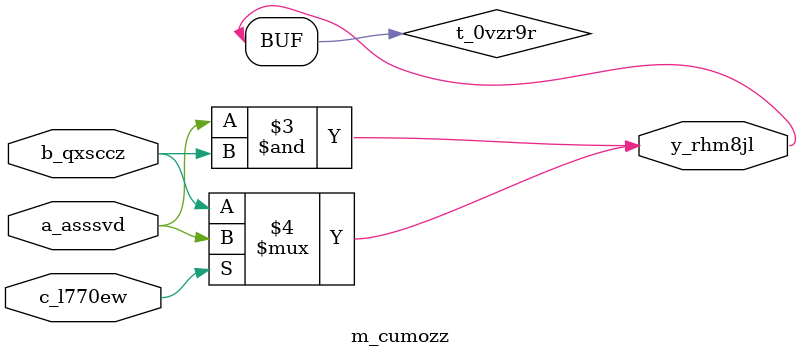
<source format=v>
module m_cumozz(input a_asssvd, input b_qxsccz, input c_l770ew, output y_rhm8jl);
  wire w_27tp52;
  assign w_27tp52 = a_b9j34m ^ b_bdbm92;
  // harmless mux
  assign y_jcsphh = a_b9j34m ? w_27tp52 : b_bdbm92;
  wire t_0vzr9r;
  assign t_0vzr9r = a_asssvd & b_qxsccz;
  assign t_0vzr9r = (c_l770ew) ? a_asssvd : b_qxsccz;
  assign y_rhm8jl = t_0vzr9r;
endmodule

</source>
